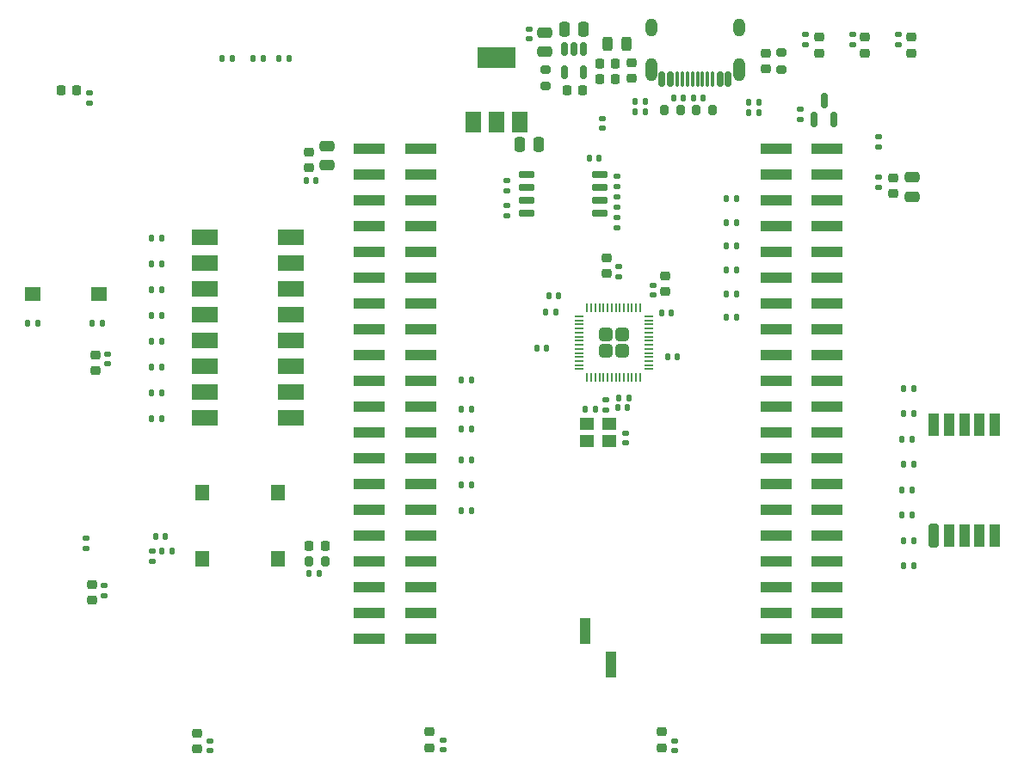
<source format=gbr>
%TF.GenerationSoftware,KiCad,Pcbnew,8.0.4-8.0.4-0~ubuntu22.04.1*%
%TF.CreationDate,2024-09-05T16:25:04-04:00*%
%TF.ProjectId,tinytapeout-demo,74696e79-7461-4706-956f-75742d64656d,2.0.1*%
%TF.SameCoordinates,PX38be5e0PY7d687e0*%
%TF.FileFunction,Paste,Top*%
%TF.FilePolarity,Positive*%
%FSLAX46Y46*%
G04 Gerber Fmt 4.6, Leading zero omitted, Abs format (unit mm)*
G04 Created by KiCad (PCBNEW 8.0.4-8.0.4-0~ubuntu22.04.1) date 2024-09-05 16:25:04*
%MOMM*%
%LPD*%
G01*
G04 APERTURE LIST*
G04 Aperture macros list*
%AMRoundRect*
0 Rectangle with rounded corners*
0 $1 Rounding radius*
0 $2 $3 $4 $5 $6 $7 $8 $9 X,Y pos of 4 corners*
0 Add a 4 corners polygon primitive as box body*
4,1,4,$2,$3,$4,$5,$6,$7,$8,$9,$2,$3,0*
0 Add four circle primitives for the rounded corners*
1,1,$1+$1,$2,$3*
1,1,$1+$1,$4,$5*
1,1,$1+$1,$6,$7*
1,1,$1+$1,$8,$9*
0 Add four rect primitives between the rounded corners*
20,1,$1+$1,$2,$3,$4,$5,0*
20,1,$1+$1,$4,$5,$6,$7,0*
20,1,$1+$1,$6,$7,$8,$9,0*
20,1,$1+$1,$8,$9,$2,$3,0*%
G04 Aperture macros list end*
%ADD10RoundRect,0.135000X0.135000X0.185000X-0.135000X0.185000X-0.135000X-0.185000X0.135000X-0.185000X0*%
%ADD11RoundRect,0.135000X0.185000X-0.135000X0.185000X0.135000X-0.185000X0.135000X-0.185000X-0.135000X0*%
%ADD12RoundRect,0.225000X-0.250000X0.225000X-0.250000X-0.225000X0.250000X-0.225000X0.250000X0.225000X0*%
%ADD13RoundRect,0.140000X-0.170000X0.140000X-0.170000X-0.140000X0.170000X-0.140000X0.170000X0.140000X0*%
%ADD14RoundRect,0.140000X-0.140000X-0.170000X0.140000X-0.170000X0.140000X0.170000X-0.140000X0.170000X0*%
%ADD15RoundRect,0.250000X0.475000X-0.250000X0.475000X0.250000X-0.475000X0.250000X-0.475000X-0.250000X0*%
%ADD16RoundRect,0.135000X-0.185000X0.135000X-0.185000X-0.135000X0.185000X-0.135000X0.185000X0.135000X0*%
%ADD17RoundRect,0.250000X-0.250000X-0.475000X0.250000X-0.475000X0.250000X0.475000X-0.250000X0.475000X0*%
%ADD18RoundRect,0.135000X-0.135000X-0.185000X0.135000X-0.185000X0.135000X0.185000X-0.135000X0.185000X0*%
%ADD19RoundRect,0.250000X0.250000X0.475000X-0.250000X0.475000X-0.250000X-0.475000X0.250000X-0.475000X0*%
%ADD20RoundRect,0.200000X-0.200000X-0.275000X0.200000X-0.275000X0.200000X0.275000X-0.200000X0.275000X0*%
%ADD21RoundRect,0.140000X0.140000X0.170000X-0.140000X0.170000X-0.140000X-0.170000X0.140000X-0.170000X0*%
%ADD22R,1.400000X1.200000*%
%ADD23RoundRect,0.140000X0.170000X-0.140000X0.170000X0.140000X-0.170000X0.140000X-0.170000X-0.140000X0*%
%ADD24R,1.400000X1.500000*%
%ADD25RoundRect,0.225000X-0.225000X-0.250000X0.225000X-0.250000X0.225000X0.250000X-0.225000X0.250000X0*%
%ADD26RoundRect,0.150000X0.150000X0.575000X-0.150000X0.575000X-0.150000X-0.575000X0.150000X-0.575000X0*%
%ADD27RoundRect,0.075000X0.075000X0.650000X-0.075000X0.650000X-0.075000X-0.650000X0.075000X-0.650000X0*%
%ADD28O,1.200000X2.300000*%
%ADD29O,1.200000X1.800000*%
%ADD30R,1.000000X2.510000*%
%ADD31RoundRect,0.250000X-0.475000X0.250000X-0.475000X-0.250000X0.475000X-0.250000X0.475000X0.250000X0*%
%ADD32RoundRect,0.200000X-0.275000X0.200000X-0.275000X-0.200000X0.275000X-0.200000X0.275000X0.200000X0*%
%ADD33RoundRect,0.200000X0.200000X0.275000X-0.200000X0.275000X-0.200000X-0.275000X0.200000X-0.275000X0*%
%ADD34RoundRect,0.200000X0.300000X-0.950000X0.300000X0.950000X-0.300000X0.950000X-0.300000X-0.950000X0*%
%ADD35R,1.000000X2.300000*%
%ADD36RoundRect,0.150000X-0.650000X-0.150000X0.650000X-0.150000X0.650000X0.150000X-0.650000X0.150000X0*%
%ADD37RoundRect,0.225000X0.250000X-0.225000X0.250000X0.225000X-0.250000X0.225000X-0.250000X-0.225000X0*%
%ADD38RoundRect,0.249999X-0.395001X-0.395001X0.395001X-0.395001X0.395001X0.395001X-0.395001X0.395001X0*%
%ADD39RoundRect,0.050000X-0.387500X-0.050000X0.387500X-0.050000X0.387500X0.050000X-0.387500X0.050000X0*%
%ADD40RoundRect,0.050000X-0.050000X-0.387500X0.050000X-0.387500X0.050000X0.387500X-0.050000X0.387500X0*%
%ADD41RoundRect,0.150000X0.150000X-0.587500X0.150000X0.587500X-0.150000X0.587500X-0.150000X-0.587500X0*%
%ADD42RoundRect,0.243750X0.243750X0.456250X-0.243750X0.456250X-0.243750X-0.456250X0.243750X-0.456250X0*%
%ADD43R,1.500000X1.400000*%
%ADD44RoundRect,0.200000X0.275000X-0.200000X0.275000X0.200000X-0.275000X0.200000X-0.275000X-0.200000X0*%
%ADD45RoundRect,0.150000X-0.150000X0.512500X-0.150000X-0.512500X0.150000X-0.512500X0.150000X0.512500X0*%
%ADD46R,1.500000X2.000000*%
%ADD47R,3.800000X2.000000*%
%ADD48RoundRect,0.225000X0.225000X0.250000X-0.225000X0.250000X-0.225000X-0.250000X0.225000X-0.250000X0*%
%ADD49R,3.150000X1.000000*%
%ADD50RoundRect,0.218750X0.256250X-0.218750X0.256250X0.218750X-0.256250X0.218750X-0.256250X-0.218750X0*%
%ADD51RoundRect,0.218750X0.218750X0.256250X-0.218750X0.256250X-0.218750X-0.256250X0.218750X-0.256250X0*%
%ADD52R,2.600000X1.550000*%
G04 APERTURE END LIST*
D10*
%TO.C,R53*%
X130610000Y-76980000D03*
X129590000Y-76980000D03*
%TD*%
D11*
%TO.C,R15*%
X146500000Y-57110000D03*
X146500000Y-56090000D03*
%TD*%
D12*
%TO.C,C32*%
X117800000Y-78125000D03*
X117800000Y-79675000D03*
%TD*%
D13*
%TO.C,C23*%
X144600000Y-66220000D03*
X144600000Y-67180000D03*
%TD*%
D14*
%TO.C,C36*%
X118920000Y-92850000D03*
X119880000Y-92850000D03*
%TD*%
D10*
%TO.C,R55*%
X130610000Y-72300000D03*
X129590000Y-72300000D03*
%TD*%
%TO.C,R20*%
X121610000Y-63750000D03*
X120590000Y-63750000D03*
%TD*%
D15*
%TO.C,C16*%
X147900000Y-72100000D03*
X147900000Y-70200000D03*
%TD*%
D16*
%TO.C,R38*%
X118800000Y-70090000D03*
X118800000Y-71110000D03*
%TD*%
D12*
%TO.C,C48*%
X120300000Y-58925000D03*
X120300000Y-60475000D03*
%TD*%
D17*
%TO.C,C6*%
X109250000Y-67000000D03*
X111150000Y-67000000D03*
%TD*%
D18*
%TO.C,R5*%
X72980000Y-83828571D03*
X74000000Y-83828571D03*
%TD*%
D13*
%TO.C,C56*%
X68400000Y-110420000D03*
X68400000Y-111380000D03*
%TD*%
D19*
%TO.C,C7*%
X115550000Y-55600000D03*
X113650000Y-55600000D03*
%TD*%
D20*
%TO.C,R7*%
X88485000Y-108000000D03*
X90135000Y-108000000D03*
%TD*%
D18*
%TO.C,R1*%
X72980000Y-94000000D03*
X74000000Y-94000000D03*
%TD*%
D21*
%TO.C,C29*%
X116680000Y-93000000D03*
X115720000Y-93000000D03*
%TD*%
%TO.C,C24*%
X89180000Y-70500000D03*
X88220000Y-70500000D03*
%TD*%
D13*
%TO.C,C8*%
X124500000Y-125720000D03*
X124500000Y-126680000D03*
%TD*%
D22*
%TO.C,Y1*%
X115900000Y-96200000D03*
X118100000Y-96200000D03*
X118100000Y-94500000D03*
X115900000Y-94500000D03*
%TD*%
D11*
%TO.C,R18*%
X137400000Y-57110000D03*
X137400000Y-56090000D03*
%TD*%
D13*
%TO.C,C58*%
X66900000Y-61920000D03*
X66900000Y-62880000D03*
%TD*%
D11*
%TO.C,R50*%
X136900000Y-64510000D03*
X136900000Y-63490000D03*
%TD*%
D18*
%TO.C,R11*%
X72990000Y-76200000D03*
X74010000Y-76200000D03*
%TD*%
%TO.C,R43*%
X103490000Y-100500000D03*
X104510000Y-100500000D03*
%TD*%
D14*
%TO.C,C46*%
X131820000Y-62800000D03*
X132780000Y-62800000D03*
%TD*%
D23*
%TO.C,C4*%
X78800000Y-126680000D03*
X78800000Y-125720000D03*
%TD*%
D18*
%TO.C,R24*%
X146830000Y-103471428D03*
X147850000Y-103471428D03*
%TD*%
%TO.C,R22*%
X146980000Y-108460000D03*
X148000000Y-108460000D03*
%TD*%
D21*
%TO.C,C47*%
X121580000Y-62750000D03*
X120620000Y-62750000D03*
%TD*%
D18*
%TO.C,R3*%
X72980000Y-88914285D03*
X74000000Y-88914285D03*
%TD*%
D21*
%TO.C,C2*%
X74380000Y-105600000D03*
X73420000Y-105600000D03*
%TD*%
D10*
%TO.C,R41*%
X112843884Y-83511018D03*
X111823884Y-83511018D03*
%TD*%
D24*
%TO.C,SW2*%
X78000000Y-101250000D03*
X78000000Y-107750000D03*
%TD*%
D10*
%TO.C,R8*%
X75020000Y-107000000D03*
X74000000Y-107000000D03*
%TD*%
%TO.C,R54*%
X130610000Y-74640000D03*
X129590000Y-74640000D03*
%TD*%
D25*
%TO.C,C49*%
X117125000Y-60500000D03*
X118675000Y-60500000D03*
%TD*%
D14*
%TO.C,C35*%
X123820000Y-87900000D03*
X124780000Y-87900000D03*
%TD*%
D26*
%TO.C,J20*%
X129750000Y-60545000D03*
X128950000Y-60545000D03*
D27*
X127750000Y-60545000D03*
X126750000Y-60545000D03*
X126250000Y-60545000D03*
X125250000Y-60545000D03*
D26*
X124050000Y-60545000D03*
X123250000Y-60545000D03*
X123250000Y-60545000D03*
X124050000Y-60545000D03*
D27*
X124750000Y-60545000D03*
X125750000Y-60545000D03*
X127250000Y-60545000D03*
X128250000Y-60545000D03*
D26*
X128950000Y-60545000D03*
X129750000Y-60545000D03*
D28*
X130820000Y-59630000D03*
D29*
X130820000Y-55450000D03*
D28*
X122180000Y-59630000D03*
D29*
X122180000Y-55450000D03*
%TD*%
D30*
%TO.C,J7*%
X118270000Y-118155000D03*
X115730000Y-114845000D03*
%TD*%
D10*
%TO.C,R12*%
X89520000Y-109200000D03*
X88500000Y-109200000D03*
%TD*%
D12*
%TO.C,C25*%
X88500000Y-67725000D03*
X88500000Y-69275000D03*
%TD*%
%TO.C,C5*%
X77500000Y-124925000D03*
X77500000Y-126475000D03*
%TD*%
D11*
%TO.C,R13*%
X73100000Y-108010000D03*
X73100000Y-106990000D03*
%TD*%
D18*
%TO.C,R21*%
X131790000Y-63800000D03*
X132810000Y-63800000D03*
%TD*%
%TO.C,R42*%
X103500000Y-103000000D03*
X104520000Y-103000000D03*
%TD*%
D31*
%TO.C,C21*%
X90300000Y-67100000D03*
X90300000Y-69000000D03*
%TD*%
D32*
%TO.C,R49*%
X111800000Y-59575000D03*
X111800000Y-61225000D03*
%TD*%
D18*
%TO.C,R2*%
X72980000Y-91457142D03*
X74000000Y-91457142D03*
%TD*%
D33*
%TO.C,D5*%
X128225000Y-63600000D03*
X126575000Y-63600000D03*
%TD*%
D13*
%TO.C,C30*%
X119700000Y-95420000D03*
X119700000Y-96380000D03*
%TD*%
D18*
%TO.C,R28*%
X146980000Y-93494284D03*
X148000000Y-93494284D03*
%TD*%
D21*
%TO.C,C39*%
X113080000Y-81900000D03*
X112120000Y-81900000D03*
%TD*%
D34*
%TO.C,U1*%
X150000000Y-105450000D03*
D35*
X151500000Y-105450000D03*
X153000000Y-105450000D03*
X154500000Y-105450000D03*
X156000000Y-105450000D03*
X156000000Y-94550000D03*
X154500000Y-94550000D03*
X153000000Y-94550000D03*
X151500000Y-94550000D03*
X150000000Y-94550000D03*
%TD*%
D18*
%TO.C,R23*%
X146980000Y-105965714D03*
X148000000Y-105965714D03*
%TD*%
D21*
%TO.C,C38*%
X111880000Y-87000000D03*
X110920000Y-87000000D03*
%TD*%
D18*
%TO.C,R45*%
X103490000Y-95000000D03*
X104510000Y-95000000D03*
%TD*%
D36*
%TO.C,U5*%
X109900000Y-69895000D03*
X109900000Y-71165000D03*
X109900000Y-72435000D03*
X109900000Y-73705000D03*
X117100000Y-73705000D03*
X117100000Y-72435000D03*
X117100000Y-71165000D03*
X117100000Y-69895000D03*
%TD*%
D10*
%TO.C,R51*%
X130610000Y-81660000D03*
X129590000Y-81660000D03*
%TD*%
D37*
%TO.C,C37*%
X123600000Y-81475000D03*
X123600000Y-79925000D03*
%TD*%
D11*
%TO.C,R35*%
X108000000Y-74010000D03*
X108000000Y-72990000D03*
%TD*%
D38*
%TO.C,U6*%
X117700000Y-85700000D03*
X117700000Y-87300000D03*
X119300000Y-85700000D03*
X119300000Y-87300000D03*
D39*
X115062500Y-83900000D03*
X115062500Y-84300000D03*
X115062500Y-84700000D03*
X115062500Y-85100000D03*
X115062500Y-85500000D03*
X115062500Y-85900000D03*
X115062500Y-86300000D03*
X115062500Y-86700000D03*
X115062500Y-87100000D03*
X115062500Y-87500000D03*
X115062500Y-87900000D03*
X115062500Y-88300000D03*
X115062500Y-88700000D03*
X115062500Y-89100000D03*
D40*
X115900000Y-89937500D03*
X116300000Y-89937500D03*
X116700000Y-89937500D03*
X117100000Y-89937500D03*
X117500000Y-89937500D03*
X117900000Y-89937500D03*
X118300000Y-89937500D03*
X118700000Y-89937500D03*
X119100000Y-89937500D03*
X119500000Y-89937500D03*
X119900000Y-89937500D03*
X120300000Y-89937500D03*
X120700000Y-89937500D03*
X121100000Y-89937500D03*
D39*
X121937500Y-89100000D03*
X121937500Y-88700000D03*
X121937500Y-88300000D03*
X121937500Y-87900000D03*
X121937500Y-87500000D03*
X121937500Y-87100000D03*
X121937500Y-86700000D03*
X121937500Y-86300000D03*
X121937500Y-85900000D03*
X121937500Y-85500000D03*
X121937500Y-85100000D03*
X121937500Y-84700000D03*
X121937500Y-84300000D03*
X121937500Y-83900000D03*
D40*
X121100000Y-83062500D03*
X120700000Y-83062500D03*
X120300000Y-83062500D03*
X119900000Y-83062500D03*
X119500000Y-83062500D03*
X119100000Y-83062500D03*
X118700000Y-83062500D03*
X118300000Y-83062500D03*
X117900000Y-83062500D03*
X117500000Y-83062500D03*
X117100000Y-83062500D03*
X116700000Y-83062500D03*
X116300000Y-83062500D03*
X115900000Y-83062500D03*
%TD*%
D23*
%TO.C,C33*%
X122400000Y-81780000D03*
X122400000Y-80820000D03*
%TD*%
D41*
%TO.C,Q1*%
X138250000Y-64537500D03*
X140150000Y-64537500D03*
X139200000Y-62662500D03*
%TD*%
D18*
%TO.C,R27*%
X146830000Y-95988570D03*
X147850000Y-95988570D03*
%TD*%
D37*
%TO.C,C9*%
X123200000Y-126375000D03*
X123200000Y-124825000D03*
%TD*%
D42*
%TO.C,F1*%
X119737500Y-57100000D03*
X117862500Y-57100000D03*
%TD*%
D13*
%TO.C,C12*%
X110200000Y-55620000D03*
X110200000Y-56580000D03*
%TD*%
D16*
%TO.C,R40*%
X108000000Y-70490000D03*
X108000000Y-71510000D03*
%TD*%
D21*
%TO.C,C45*%
X125380000Y-62400000D03*
X124420000Y-62400000D03*
%TD*%
D11*
%TO.C,R37*%
X117700000Y-93110000D03*
X117700000Y-92090000D03*
%TD*%
D23*
%TO.C,C26*%
X144600000Y-71180000D03*
X144600000Y-70220000D03*
%TD*%
D12*
%TO.C,C15*%
X100400000Y-124825000D03*
X100400000Y-126375000D03*
%TD*%
D43*
%TO.C,SW3*%
X61375000Y-81700000D03*
X67875000Y-81700000D03*
%TD*%
D44*
%TO.C,R16*%
X135000000Y-59565000D03*
X135000000Y-57915000D03*
%TD*%
D37*
%TO.C,C17*%
X146000000Y-71775000D03*
X146000000Y-70225000D03*
%TD*%
D24*
%TO.C,SW1*%
X85500000Y-107750000D03*
X85500000Y-101250000D03*
%TD*%
D37*
%TO.C,C3*%
X133500000Y-59515000D03*
X133500000Y-57965000D03*
%TD*%
D11*
%TO.C,R17*%
X142000000Y-57110000D03*
X142000000Y-56090000D03*
%TD*%
D14*
%TO.C,C34*%
X123220000Y-83600000D03*
X124180000Y-83600000D03*
%TD*%
D10*
%TO.C,R31*%
X81010000Y-58500000D03*
X79990000Y-58500000D03*
%TD*%
D45*
%TO.C,U3*%
X115550000Y-57562500D03*
X114600000Y-57562500D03*
X113650000Y-57562500D03*
X113650000Y-59837500D03*
X115550000Y-59837500D03*
%TD*%
D13*
%TO.C,C60*%
X68700000Y-87625000D03*
X68700000Y-88585000D03*
%TD*%
D46*
%TO.C,U2*%
X104700000Y-64750000D03*
X107000000Y-64750000D03*
D47*
X107000000Y-58450000D03*
D46*
X109300000Y-64750000D03*
%TD*%
D18*
%TO.C,R25*%
X146830000Y-100977142D03*
X147850000Y-100977142D03*
%TD*%
%TO.C,R29*%
X146980000Y-91000000D03*
X148000000Y-91000000D03*
%TD*%
D37*
%TO.C,C61*%
X67500000Y-89230000D03*
X67500000Y-87680000D03*
%TD*%
D18*
%TO.C,R47*%
X103490000Y-90190000D03*
X104510000Y-90190000D03*
%TD*%
%TO.C,R6*%
X72980000Y-81285714D03*
X74000000Y-81285714D03*
%TD*%
D48*
%TO.C,C11*%
X115425000Y-61600000D03*
X113875000Y-61600000D03*
%TD*%
D49*
%TO.C,J4*%
X94475000Y-67370000D03*
X99525000Y-67370000D03*
X94475000Y-69910000D03*
X99525000Y-69910000D03*
X94475000Y-72450000D03*
X99525000Y-72450000D03*
X94475000Y-74990000D03*
X99525000Y-74990000D03*
X94475000Y-77530000D03*
X99525000Y-77530000D03*
X94475000Y-80070000D03*
X99525000Y-80070000D03*
X94475000Y-82610000D03*
X99525000Y-82610000D03*
X94475000Y-85150000D03*
X99525000Y-85150000D03*
X94475000Y-87690000D03*
X99525000Y-87690000D03*
X94475000Y-90230000D03*
X99525000Y-90230000D03*
X94475000Y-92770000D03*
X99525000Y-92770000D03*
X94475000Y-95310000D03*
X99525000Y-95310000D03*
X94475000Y-97850000D03*
X99525000Y-97850000D03*
X94475000Y-100390000D03*
X99525000Y-100390000D03*
X94475000Y-102930000D03*
X99525000Y-102930000D03*
X94475000Y-105470000D03*
X99525000Y-105470000D03*
X94475000Y-108010000D03*
X99525000Y-108010000D03*
X94475000Y-110550000D03*
X99525000Y-110550000D03*
X94475000Y-113090000D03*
X99525000Y-113090000D03*
X94475000Y-115630000D03*
X99525000Y-115630000D03*
X134475000Y-67370000D03*
X139525000Y-67370000D03*
X134475000Y-69910000D03*
X139525000Y-69910000D03*
X134475000Y-72450000D03*
X139525000Y-72450000D03*
X134475000Y-74990000D03*
X139525000Y-74990000D03*
X134475000Y-77530000D03*
X139525000Y-77530000D03*
X134475000Y-80070000D03*
X139525000Y-80070000D03*
X134475000Y-82610000D03*
X139525000Y-82610000D03*
X134475000Y-85150000D03*
X139525000Y-85150000D03*
X134475000Y-87690000D03*
X139525000Y-87690000D03*
X134475000Y-90230000D03*
X139525000Y-90230000D03*
X134475000Y-92770000D03*
X139525000Y-92770000D03*
X134475000Y-95310000D03*
X139525000Y-95310000D03*
X134475000Y-97850000D03*
X139525000Y-97850000D03*
X134475000Y-100390000D03*
X139525000Y-100390000D03*
X134475000Y-102930000D03*
X139525000Y-102930000D03*
X134475000Y-105470000D03*
X139525000Y-105470000D03*
X134475000Y-108010000D03*
X139525000Y-108010000D03*
X134475000Y-110550000D03*
X139525000Y-110550000D03*
X134475000Y-113090000D03*
X139525000Y-113090000D03*
X134475000Y-115630000D03*
X139525000Y-115630000D03*
%TD*%
D18*
%TO.C,R10*%
X72980000Y-78742857D03*
X74000000Y-78742857D03*
%TD*%
D50*
%TO.C,D2*%
X143250000Y-57987500D03*
X143250000Y-56412500D03*
%TD*%
D10*
%TO.C,R30*%
X86610000Y-58500000D03*
X85590000Y-58500000D03*
%TD*%
D18*
%TO.C,R44*%
X103490000Y-98000000D03*
X104510000Y-98000000D03*
%TD*%
%TO.C,R26*%
X146980000Y-98482856D03*
X148000000Y-98482856D03*
%TD*%
D23*
%TO.C,C41*%
X119000000Y-79980000D03*
X119000000Y-79020000D03*
%TD*%
%TO.C,C13*%
X117400000Y-65380000D03*
X117400000Y-64420000D03*
%TD*%
D10*
%TO.C,R48*%
X130610000Y-84000000D03*
X129590000Y-84000000D03*
%TD*%
%TO.C,R52*%
X130610000Y-79320000D03*
X129590000Y-79320000D03*
%TD*%
D51*
%TO.C,FB1*%
X118687500Y-59000000D03*
X117112500Y-59000000D03*
%TD*%
D37*
%TO.C,C57*%
X67200000Y-111875000D03*
X67200000Y-110325000D03*
%TD*%
D23*
%TO.C,C14*%
X101700000Y-126580000D03*
X101700000Y-125620000D03*
%TD*%
D50*
%TO.C,D3*%
X138700000Y-57987500D03*
X138700000Y-56412500D03*
%TD*%
D11*
%TO.C,R34*%
X118800000Y-73110000D03*
X118800000Y-72090000D03*
%TD*%
D18*
%TO.C,R9*%
X67190000Y-84600000D03*
X68210000Y-84600000D03*
%TD*%
%TO.C,R46*%
X103490000Y-93000000D03*
X104510000Y-93000000D03*
%TD*%
D50*
%TO.C,D1*%
X147800000Y-57987500D03*
X147800000Y-56412500D03*
%TD*%
D16*
%TO.C,R39*%
X118800000Y-74190000D03*
X118800000Y-75210000D03*
%TD*%
D31*
%TO.C,C10*%
X111700000Y-55950000D03*
X111700000Y-57850000D03*
%TD*%
D20*
%TO.C,D6*%
X123475000Y-63600000D03*
X125125000Y-63600000D03*
%TD*%
D18*
%TO.C,R32*%
X82990000Y-58500000D03*
X84010000Y-58500000D03*
%TD*%
%TO.C,R4*%
X72980000Y-86371428D03*
X74000000Y-86371428D03*
%TD*%
D14*
%TO.C,C40*%
X119020000Y-91900000D03*
X119980000Y-91900000D03*
%TD*%
D48*
%TO.C,C1*%
X90085000Y-106500000D03*
X88535000Y-106500000D03*
%TD*%
D52*
%TO.C,SW4*%
X78300000Y-76110000D03*
X78300000Y-78650000D03*
X78300000Y-81190000D03*
X78300000Y-83730000D03*
X78300000Y-86270000D03*
X78300000Y-88810000D03*
X78300000Y-91350000D03*
X78300000Y-93890000D03*
X86700000Y-93890000D03*
X86700000Y-91350000D03*
X86700000Y-88810000D03*
X86700000Y-86270000D03*
X86700000Y-83730000D03*
X86700000Y-81190000D03*
X86700000Y-78650000D03*
X86700000Y-76110000D03*
%TD*%
D14*
%TO.C,C44*%
X126320000Y-62400000D03*
X127280000Y-62400000D03*
%TD*%
D11*
%TO.C,R36*%
X66600000Y-106765000D03*
X66600000Y-105745000D03*
%TD*%
D25*
%TO.C,C59*%
X64125000Y-61600000D03*
X65675000Y-61600000D03*
%TD*%
D14*
%TO.C,C31*%
X116120000Y-68300000D03*
X117080000Y-68300000D03*
%TD*%
D18*
%TO.C,R14*%
X60790000Y-84600000D03*
X61810000Y-84600000D03*
%TD*%
M02*

</source>
